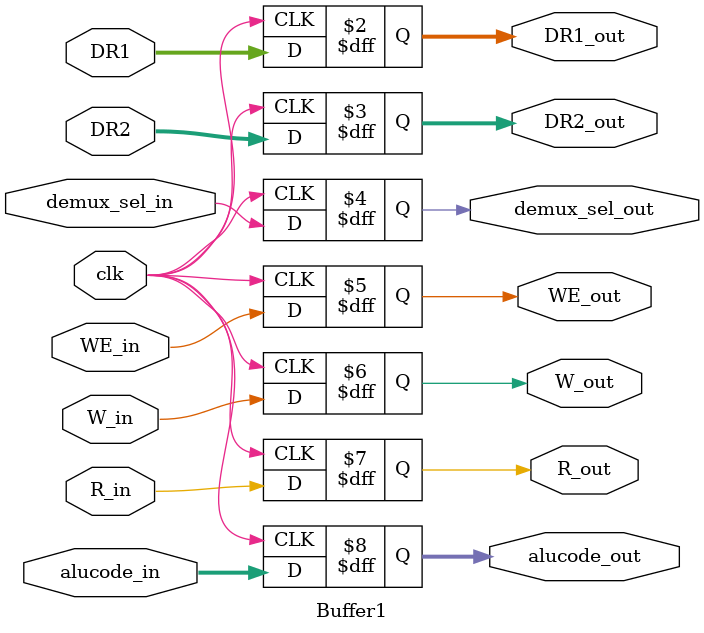
<source format=v>
module Buffer1 (
    input wire clk,
    input wire [31:0] DR1, DR2,
    input wire demux_sel_in, WE_in, W_in, R_in,
    input wire [3:0] alucode_in,
    output reg [31:0] DR1_out, DR2_out,
    output reg demux_sel_out, WE_out, W_out, R_out,
    output reg [3:0] alucode_out
);
    always @(posedge clk) begin
        DR1_out <= DR1;
        DR2_out <= DR2;
        demux_sel_out <= demux_sel_in;
        WE_out <= WE_in;
        W_out <= W_in;
        R_out <= R_in;
        alucode_out <= alucode_in;
    end
endmodule

</source>
